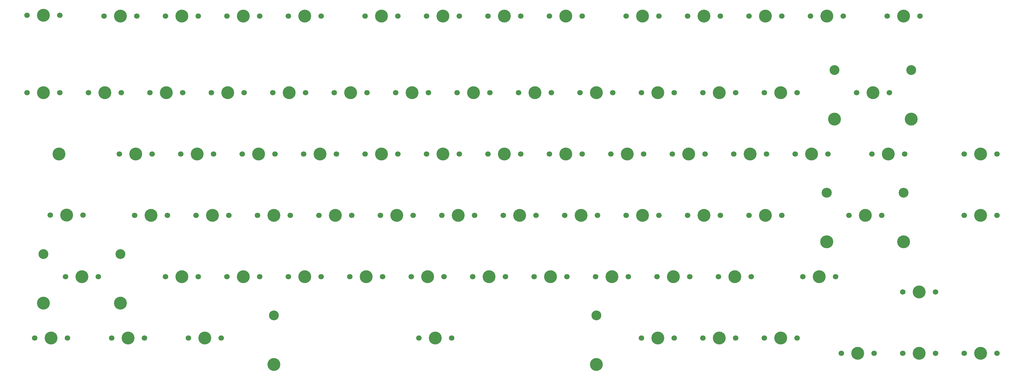
<source format=gbr>
%TF.GenerationSoftware,KiCad,Pcbnew,9.0.2*%
%TF.CreationDate,2025-06-24T14:03:40-04:00*%
%TF.ProjectId,allankeyboard,616c6c61-6e6b-4657-9962-6f6172642e6b,rev?*%
%TF.SameCoordinates,Original*%
%TF.FileFunction,NonPlated,1,2,NPTH,Drill*%
%TF.FilePolarity,Positive*%
%FSLAX46Y46*%
G04 Gerber Fmt 4.6, Leading zero omitted, Abs format (unit mm)*
G04 Created by KiCad (PCBNEW 9.0.2) date 2025-06-24 14:03:40*
%MOMM*%
%LPD*%
G01*
G04 APERTURE LIST*
%TA.AperFunction,ComponentDrill*%
%ADD10C,1.700000*%
%TD*%
%TA.AperFunction,ComponentDrill*%
%ADD11C,3.048000*%
%TD*%
%TA.AperFunction,ComponentDrill*%
%ADD12C,3.050000*%
%TD*%
%TA.AperFunction,ComponentDrill*%
%ADD13C,3.987800*%
%TD*%
%TA.AperFunction,ComponentDrill*%
%ADD14C,4.000000*%
%TD*%
G04 APERTURE END LIST*
D10*
%TO.C,S1*%
X130805000Y-165640000D03*
%TO.C,S15*%
X130805000Y-189643000D03*
%TO.C,S72*%
X133186250Y-265843000D03*
%TO.C,S45*%
X137945000Y-227710000D03*
%TO.C,S1*%
X140965000Y-165640000D03*
%TO.C,S15*%
X140965000Y-189643000D03*
%TO.C,S59*%
X142711250Y-246793000D03*
%TO.C,S72*%
X143346250Y-265843000D03*
%TO.C,S45*%
X148105000Y-227710000D03*
%TO.C,S16*%
X149855000Y-189643000D03*
%TO.C,S59*%
X152871250Y-246793000D03*
%TO.C,S2*%
X154617500Y-165830500D03*
%TO.C,S73*%
X156998750Y-265843000D03*
%TO.C,S31*%
X159380000Y-208693000D03*
%TO.C,S16*%
X160015000Y-189643000D03*
%TO.C,S46*%
X164142500Y-227743000D03*
%TO.C,S2*%
X164777500Y-165830500D03*
%TO.C,S73*%
X167158750Y-265843000D03*
%TO.C,S17*%
X168905000Y-189643000D03*
%TO.C,S31*%
X169540000Y-208693000D03*
%TO.C,S3*%
X173667500Y-165830500D03*
%TO.C,S60*%
X173667500Y-246793000D03*
%TO.C,S46*%
X174302500Y-227743000D03*
%TO.C,S32*%
X178430000Y-208693000D03*
%TO.C,S17*%
X179065000Y-189643000D03*
%TO.C,S74*%
X180811250Y-265843000D03*
%TO.C,S47*%
X183192500Y-227743000D03*
%TO.C,S3*%
X183827500Y-165830500D03*
%TO.C,S60*%
X183827500Y-246793000D03*
%TO.C,S18*%
X187955000Y-189643000D03*
%TO.C,S32*%
X188590000Y-208693000D03*
%TO.C,S74*%
X190971250Y-265843000D03*
%TO.C,S4*%
X192717500Y-165830500D03*
%TO.C,S61*%
X192717500Y-246793000D03*
%TO.C,S47*%
X193352500Y-227743000D03*
%TO.C,S33*%
X197480000Y-208693000D03*
%TO.C,S18*%
X198115000Y-189643000D03*
%TO.C,S48*%
X202242500Y-227743000D03*
%TO.C,S4*%
X202877500Y-165830500D03*
%TO.C,S61*%
X202877500Y-246793000D03*
%TO.C,S19*%
X207005000Y-189643000D03*
%TO.C,S33*%
X207640000Y-208693000D03*
%TO.C,S5*%
X211767500Y-165830500D03*
%TO.C,S62*%
X211767500Y-246793000D03*
%TO.C,S48*%
X212402500Y-227743000D03*
%TO.C,S34*%
X216530000Y-208693000D03*
%TO.C,S19*%
X217165000Y-189643000D03*
%TO.C,S49*%
X221292500Y-227743000D03*
%TO.C,S5*%
X221927500Y-165830500D03*
%TO.C,S62*%
X221927500Y-246793000D03*
%TO.C,S20*%
X226055000Y-189643000D03*
%TO.C,S34*%
X226690000Y-208693000D03*
%TO.C,S63*%
X230817500Y-246793000D03*
%TO.C,S49*%
X231452500Y-227743000D03*
%TO.C,S6*%
X235580000Y-165830500D03*
%TO.C,S35*%
X235580000Y-208693000D03*
%TO.C,S20*%
X236215000Y-189643000D03*
%TO.C,S50*%
X240342500Y-227743000D03*
%TO.C,S63*%
X240977500Y-246793000D03*
%TO.C,S21*%
X245105000Y-189643000D03*
%TO.C,S6*%
X245740000Y-165830500D03*
%TO.C,S35*%
X245740000Y-208693000D03*
%TO.C,S64*%
X249867500Y-246793000D03*
%TO.C,S50*%
X250502500Y-227743000D03*
%TO.C,S75*%
X252248750Y-265843000D03*
%TO.C,S7*%
X254630000Y-165830500D03*
%TO.C,S36*%
X254630000Y-208693000D03*
%TO.C,S21*%
X255265000Y-189643000D03*
%TO.C,S51*%
X259392500Y-227743000D03*
%TO.C,S64*%
X260027500Y-246793000D03*
%TO.C,S75*%
X262408750Y-265843000D03*
%TO.C,S22*%
X264155000Y-189643000D03*
%TO.C,S7*%
X264790000Y-165830500D03*
%TO.C,S36*%
X264790000Y-208693000D03*
%TO.C,S65*%
X268917500Y-246793000D03*
%TO.C,S51*%
X269552500Y-227743000D03*
%TO.C,S8*%
X273680000Y-165830500D03*
%TO.C,S37*%
X273680000Y-208693000D03*
%TO.C,S22*%
X274315000Y-189643000D03*
%TO.C,S52*%
X278442500Y-227743000D03*
%TO.C,S65*%
X279077500Y-246793000D03*
%TO.C,S23*%
X283205000Y-189643000D03*
%TO.C,S8*%
X283840000Y-165830500D03*
%TO.C,S37*%
X283840000Y-208693000D03*
%TO.C,S66*%
X287967500Y-246793000D03*
%TO.C,S52*%
X288602500Y-227743000D03*
%TO.C,S9*%
X292730000Y-165830500D03*
%TO.C,S38*%
X292730000Y-208693000D03*
%TO.C,S23*%
X293365000Y-189643000D03*
%TO.C,S53*%
X297492500Y-227743000D03*
%TO.C,S66*%
X298127500Y-246793000D03*
%TO.C,S24*%
X302255000Y-189643000D03*
%TO.C,S9*%
X302890000Y-165830500D03*
%TO.C,S38*%
X302890000Y-208693000D03*
%TO.C,S67*%
X307017500Y-246793000D03*
%TO.C,S53*%
X307652500Y-227743000D03*
%TO.C,S39*%
X311780000Y-208693000D03*
%TO.C,S24*%
X312415000Y-189643000D03*
%TO.C,S10*%
X316542500Y-165830500D03*
%TO.C,S54*%
X316542500Y-227743000D03*
%TO.C,S67*%
X317177500Y-246793000D03*
%TO.C,S25*%
X321305000Y-189643000D03*
%TO.C,S76*%
X321305000Y-265843000D03*
%TO.C,S39*%
X321940000Y-208693000D03*
%TO.C,S68*%
X326067500Y-246793000D03*
%TO.C,S10*%
X326702500Y-165830500D03*
%TO.C,S54*%
X326702500Y-227743000D03*
%TO.C,S40*%
X330830000Y-208693000D03*
%TO.C,S25*%
X331465000Y-189643000D03*
%TO.C,S76*%
X331465000Y-265843000D03*
%TO.C,S11*%
X335592500Y-165830500D03*
%TO.C,S55*%
X335592500Y-227743000D03*
%TO.C,S68*%
X336227500Y-246793000D03*
%TO.C,S26*%
X340355000Y-189643000D03*
%TO.C,S77*%
X340355000Y-265843000D03*
%TO.C,S40*%
X340990000Y-208693000D03*
%TO.C,S69*%
X345117500Y-246793000D03*
%TO.C,S11*%
X345752500Y-165830500D03*
%TO.C,S55*%
X345752500Y-227743000D03*
%TO.C,S41*%
X349880000Y-208693000D03*
%TO.C,S26*%
X350515000Y-189643000D03*
%TO.C,S77*%
X350515000Y-265843000D03*
%TO.C,S12*%
X354642500Y-165830500D03*
%TO.C,S56*%
X354642500Y-227743000D03*
%TO.C,S69*%
X355277500Y-246793000D03*
%TO.C,S27*%
X359405000Y-189643000D03*
%TO.C,S78*%
X359405000Y-265843000D03*
%TO.C,S41*%
X360040000Y-208693000D03*
%TO.C,S12*%
X364802500Y-165830500D03*
%TO.C,S56*%
X364802500Y-227743000D03*
%TO.C,S42*%
X368930000Y-208693000D03*
%TO.C,S27*%
X369565000Y-189643000D03*
%TO.C,S78*%
X369565000Y-265843000D03*
%TO.C,S70*%
X371311250Y-246793000D03*
%TO.C,S13*%
X373692500Y-165830500D03*
%TO.C,S42*%
X379090000Y-208693000D03*
%TO.C,S70*%
X381471250Y-246793000D03*
%TO.C,S79*%
X383217500Y-270605500D03*
%TO.C,S13*%
X383852500Y-165830500D03*
%TO.C,S57*%
X385598750Y-227743000D03*
%TO.C,S28*%
X387980000Y-189643000D03*
%TO.C,S43*%
X392742500Y-208693000D03*
%TO.C,S79*%
X393377500Y-270605500D03*
%TO.C,S57*%
X395758750Y-227743000D03*
%TO.C,S14*%
X397505000Y-165830500D03*
%TO.C,S28*%
X398140000Y-189643000D03*
%TO.C,S71*%
X402267500Y-251555500D03*
%TO.C,S80*%
X402267500Y-270605500D03*
%TO.C,S43*%
X402902500Y-208693000D03*
%TO.C,S14*%
X407665000Y-165830500D03*
%TO.C,S71*%
X412427500Y-251555500D03*
%TO.C,S80*%
X412427500Y-270605500D03*
%TO.C,S44*%
X421317500Y-208693000D03*
%TO.C,S58*%
X421317500Y-227743000D03*
%TO.C,S81*%
X421317500Y-270605500D03*
%TO.C,S44*%
X431477500Y-208693000D03*
%TO.C,S58*%
X431477500Y-227743000D03*
%TO.C,S81*%
X431477500Y-270605500D03*
D11*
%TO.C,REF\u002A\u002A*%
X135853250Y-239810550D03*
X159729250Y-239810550D03*
X207330000Y-258840000D03*
X307330000Y-258840000D03*
X378704000Y-220730000D03*
X402580000Y-220730000D03*
D12*
%TO.C,S59*%
X135891250Y-239793000D03*
X159691250Y-239793000D03*
%TO.C,S75*%
X207328750Y-258843000D03*
X307328750Y-258843000D03*
%TO.C,S57*%
X378778750Y-220743000D03*
%TO.C,S28*%
X381160000Y-182643000D03*
%TO.C,S57*%
X402578750Y-220743000D03*
%TO.C,S28*%
X404960000Y-182643000D03*
D13*
%TO.C,REF\u002A\u002A*%
X135853250Y-255020550D03*
X159729250Y-255020550D03*
X207330000Y-274050000D03*
X307330000Y-274050000D03*
X378704000Y-235940000D03*
X402580000Y-235940000D03*
D14*
%TO.C,S1*%
X135885000Y-165640000D03*
%TO.C,S15*%
X135885000Y-189643000D03*
%TO.C,S59*%
X135891250Y-255033000D03*
%TO.C,S72*%
X138266250Y-265843000D03*
%TO.C,S30*%
X140647500Y-208693000D03*
%TO.C,S45*%
X143025000Y-227710000D03*
%TO.C,S59*%
X147791250Y-246793000D03*
%TO.C,S16*%
X154935000Y-189643000D03*
%TO.C,S59*%
X159691250Y-255033000D03*
%TO.C,S2*%
X159697500Y-165830500D03*
%TO.C,S73*%
X162078750Y-265843000D03*
%TO.C,S31*%
X164460000Y-208693000D03*
%TO.C,S46*%
X169222500Y-227743000D03*
%TO.C,S17*%
X173985000Y-189643000D03*
%TO.C,S3*%
X178747500Y-165830500D03*
%TO.C,S60*%
X178747500Y-246793000D03*
%TO.C,S32*%
X183510000Y-208693000D03*
%TO.C,S74*%
X185891250Y-265843000D03*
%TO.C,S47*%
X188272500Y-227743000D03*
%TO.C,S18*%
X193035000Y-189643000D03*
%TO.C,S4*%
X197797500Y-165830500D03*
%TO.C,S61*%
X197797500Y-246793000D03*
%TO.C,S33*%
X202560000Y-208693000D03*
%TO.C,S48*%
X207322500Y-227743000D03*
%TO.C,S75*%
X207328750Y-274083000D03*
%TO.C,S19*%
X212085000Y-189643000D03*
%TO.C,S5*%
X216847500Y-165830500D03*
%TO.C,S62*%
X216847500Y-246793000D03*
%TO.C,S34*%
X221610000Y-208693000D03*
%TO.C,S49*%
X226372500Y-227743000D03*
%TO.C,S20*%
X231135000Y-189643000D03*
%TO.C,S63*%
X235897500Y-246793000D03*
%TO.C,S6*%
X240660000Y-165830500D03*
%TO.C,S35*%
X240660000Y-208693000D03*
%TO.C,S50*%
X245422500Y-227743000D03*
%TO.C,S21*%
X250185000Y-189643000D03*
%TO.C,S64*%
X254947500Y-246793000D03*
%TO.C,S75*%
X257328750Y-265843000D03*
%TO.C,S7*%
X259710000Y-165830500D03*
%TO.C,S36*%
X259710000Y-208693000D03*
%TO.C,S51*%
X264472500Y-227743000D03*
%TO.C,S22*%
X269235000Y-189643000D03*
%TO.C,S65*%
X273997500Y-246793000D03*
%TO.C,S8*%
X278760000Y-165830500D03*
%TO.C,S37*%
X278760000Y-208693000D03*
%TO.C,S52*%
X283522500Y-227743000D03*
%TO.C,S23*%
X288285000Y-189643000D03*
%TO.C,S66*%
X293047500Y-246793000D03*
%TO.C,S9*%
X297810000Y-165830500D03*
%TO.C,S38*%
X297810000Y-208693000D03*
%TO.C,S53*%
X302572500Y-227743000D03*
%TO.C,S75*%
X307328750Y-274083000D03*
%TO.C,S24*%
X307335000Y-189643000D03*
%TO.C,S67*%
X312097500Y-246793000D03*
%TO.C,S39*%
X316860000Y-208693000D03*
%TO.C,S10*%
X321622500Y-165830500D03*
%TO.C,S54*%
X321622500Y-227743000D03*
%TO.C,S25*%
X326385000Y-189643000D03*
%TO.C,S76*%
X326385000Y-265843000D03*
%TO.C,S68*%
X331147500Y-246793000D03*
%TO.C,S40*%
X335910000Y-208693000D03*
%TO.C,S11*%
X340672500Y-165830500D03*
%TO.C,S55*%
X340672500Y-227743000D03*
%TO.C,S26*%
X345435000Y-189643000D03*
%TO.C,S77*%
X345435000Y-265843000D03*
%TO.C,S69*%
X350197500Y-246793000D03*
%TO.C,S41*%
X354960000Y-208693000D03*
%TO.C,S12*%
X359722500Y-165830500D03*
%TO.C,S56*%
X359722500Y-227743000D03*
%TO.C,S27*%
X364485000Y-189643000D03*
%TO.C,S78*%
X364485000Y-265843000D03*
%TO.C,S42*%
X374010000Y-208693000D03*
%TO.C,S70*%
X376391250Y-246793000D03*
%TO.C,S13*%
X378772500Y-165830500D03*
%TO.C,S57*%
X378778750Y-235983000D03*
%TO.C,S28*%
X381160000Y-197883000D03*
%TO.C,S79*%
X388297500Y-270605500D03*
%TO.C,S57*%
X390678750Y-227743000D03*
%TO.C,S28*%
X393060000Y-189643000D03*
%TO.C,S43*%
X397822500Y-208693000D03*
%TO.C,S57*%
X402578750Y-235983000D03*
%TO.C,S14*%
X402585000Y-165830500D03*
%TO.C,S28*%
X404960000Y-197883000D03*
%TO.C,S71*%
X407347500Y-251555500D03*
%TO.C,S80*%
X407347500Y-270605500D03*
%TO.C,S44*%
X426397500Y-208693000D03*
%TO.C,S58*%
X426397500Y-227743000D03*
%TO.C,S81*%
X426397500Y-270605500D03*
M02*

</source>
